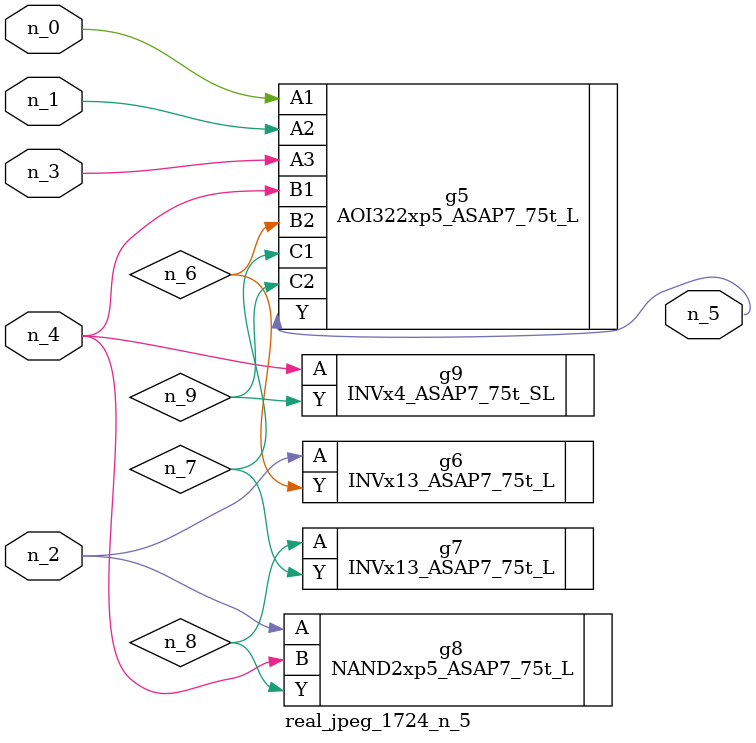
<source format=v>
module real_jpeg_1724_n_5 (n_4, n_0, n_1, n_2, n_3, n_5);

input n_4;
input n_0;
input n_1;
input n_2;
input n_3;

output n_5;

wire n_8;
wire n_6;
wire n_7;
wire n_9;

AOI322xp5_ASAP7_75t_L g5 ( 
.A1(n_0),
.A2(n_1),
.A3(n_3),
.B1(n_4),
.B2(n_6),
.C1(n_7),
.C2(n_9),
.Y(n_5)
);

INVx13_ASAP7_75t_L g6 ( 
.A(n_2),
.Y(n_6)
);

NAND2xp5_ASAP7_75t_L g8 ( 
.A(n_2),
.B(n_4),
.Y(n_8)
);

INVx4_ASAP7_75t_SL g9 ( 
.A(n_4),
.Y(n_9)
);

INVx13_ASAP7_75t_L g7 ( 
.A(n_8),
.Y(n_7)
);


endmodule
</source>
